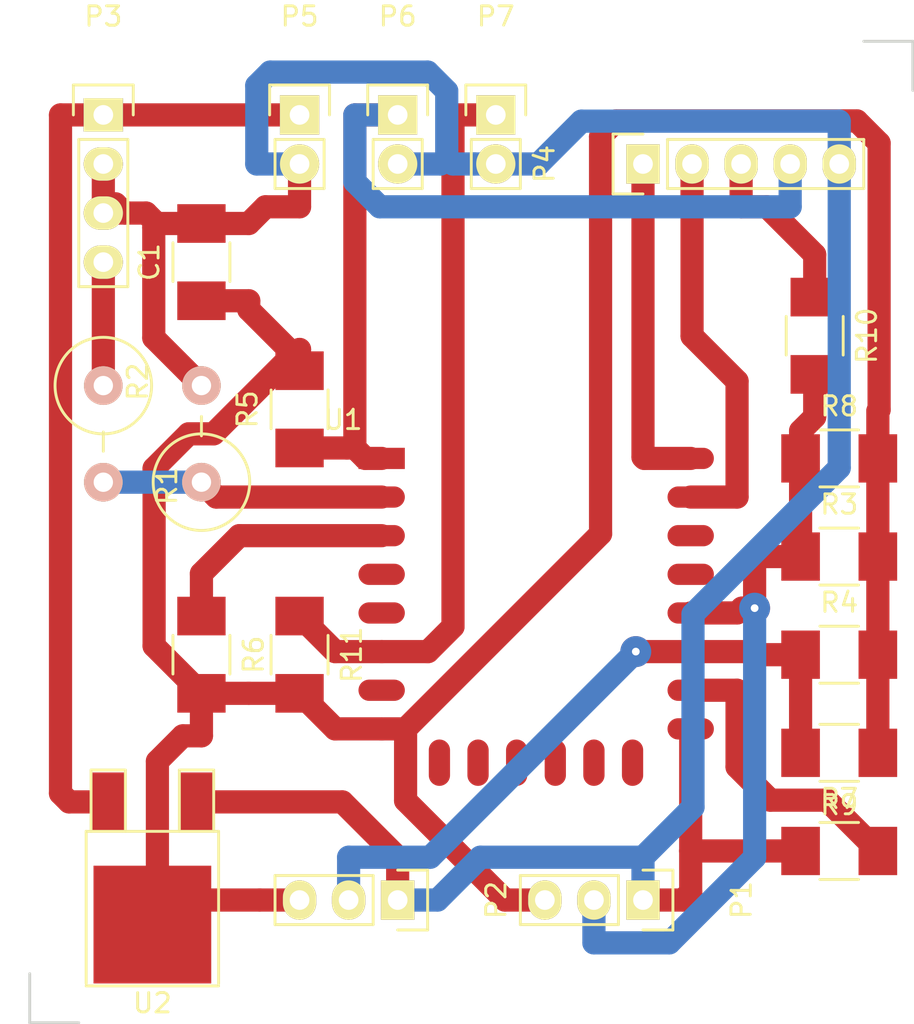
<source format=kicad_pcb>
(kicad_pcb (version 4) (host pcbnew 4.0.1-stable)

  (general
    (links 45)
    (no_connects 0)
    (area 42.23412 18.775 90.285001 72.749)
    (thickness 1.6)
    (drawings 4)
    (tracks 158)
    (zones 0)
    (modules 21)
    (nets 26)
  )

  (page A4)
  (layers
    (0 F.Cu signal)
    (31 B.Cu signal)
    (32 B.Adhes user)
    (33 F.Adhes user)
    (34 B.Paste user)
    (35 F.Paste user)
    (36 B.SilkS user)
    (37 F.SilkS user)
    (38 B.Mask user)
    (39 F.Mask user)
    (40 Dwgs.User user)
    (41 Cmts.User user)
    (42 Eco1.User user)
    (43 Eco2.User user)
    (44 Edge.Cuts user)
    (45 Margin user)
    (46 B.CrtYd user)
    (47 F.CrtYd user)
    (48 B.Fab user)
    (49 F.Fab user)
  )

  (setup
    (last_trace_width 1.2)
    (trace_clearance 0.6)
    (zone_clearance 0.508)
    (zone_45_only no)
    (trace_min 0.2)
    (segment_width 0.2)
    (edge_width 0.15)
    (via_size 1.6)
    (via_drill 0.4)
    (via_min_size 0.4)
    (via_min_drill 0.3)
    (uvia_size 0.3)
    (uvia_drill 0.1)
    (uvias_allowed no)
    (uvia_min_size 0.2)
    (uvia_min_drill 0.1)
    (pcb_text_width 0.3)
    (pcb_text_size 1.5 1.5)
    (mod_edge_width 0.15)
    (mod_text_size 1 1)
    (mod_text_width 0.15)
    (pad_size 1.524 1.524)
    (pad_drill 0.762)
    (pad_to_mask_clearance 0.2)
    (aux_axis_origin 0 0)
    (visible_elements FFFFFF7F)
    (pcbplotparams
      (layerselection 0x00030_80000001)
      (usegerberextensions false)
      (excludeedgelayer true)
      (linewidth 0.100000)
      (plotframeref false)
      (viasonmask false)
      (mode 1)
      (useauxorigin false)
      (hpglpennumber 1)
      (hpglpenspeed 20)
      (hpglpendiameter 15)
      (hpglpenoverlay 2)
      (psnegative false)
      (psa4output false)
      (plotreference true)
      (plotvalue true)
      (plotinvisibletext false)
      (padsonsilk false)
      (subtractmaskfromsilk false)
      (outputformat 1)
      (mirror false)
      (drillshape 1)
      (scaleselection 1)
      (outputdirectory ""))
  )

  (net 0 "")
  (net 1 GND)
  (net 2 /T0)
  (net 3 +3V3)
  (net 4 /T1)
  (net 5 +5V)
  (net 6 /PH_5V)
  (net 7 /TX)
  (net 8 /RX)
  (net 9 /DTR)
  (net 10 /ADC_1V)
  (net 11 "Net-(R6-Pad1)")
  (net 12 "Net-(R7-Pad2)")
  (net 13 "Net-(U1-Pad9)")
  (net 14 "Net-(U1-Pad10)")
  (net 15 "Net-(U1-Pad11)")
  (net 16 "Net-(U1-Pad12)")
  (net 17 "Net-(U1-Pad13)")
  (net 18 "Net-(U1-Pad14)")
  (net 19 "Net-(U1-Pad4)")
  (net 20 "Net-(U1-Pad5)")
  (net 21 "Net-(U1-Pad7)")
  (net 22 "Net-(U1-Pad19)")
  (net 23 "Net-(U1-Pad20)")
  (net 24 /RST)
  (net 25 /TST)

  (net_class Default "This is the default net class."
    (clearance 0.6)
    (trace_width 1.2)
    (via_dia 1.6)
    (via_drill 0.4)
    (uvia_dia 0.3)
    (uvia_drill 0.1)
    (add_net +3V3)
    (add_net +5V)
    (add_net /ADC_1V)
    (add_net /DTR)
    (add_net /PH_5V)
    (add_net /RST)
    (add_net /RX)
    (add_net /T0)
    (add_net /T1)
    (add_net /TST)
    (add_net /TX)
    (add_net GND)
    (add_net "Net-(R6-Pad1)")
    (add_net "Net-(R7-Pad2)")
    (add_net "Net-(U1-Pad10)")
    (add_net "Net-(U1-Pad11)")
    (add_net "Net-(U1-Pad12)")
    (add_net "Net-(U1-Pad13)")
    (add_net "Net-(U1-Pad14)")
    (add_net "Net-(U1-Pad19)")
    (add_net "Net-(U1-Pad20)")
    (add_net "Net-(U1-Pad4)")
    (add_net "Net-(U1-Pad5)")
    (add_net "Net-(U1-Pad7)")
    (add_net "Net-(U1-Pad9)")
  )

  (module Pin_Headers:Pin_Header_Straight_1x03 (layer F.Cu) (tedit 0) (tstamp 572C8826)
    (at 76.2 66.04 270)
    (descr "Through hole pin header")
    (tags "pin header")
    (path /572C7160)
    (fp_text reference P1 (at 0 -5.1 270) (layer F.SilkS)
      (effects (font (size 1 1) (thickness 0.15)))
    )
    (fp_text value T0 (at 0 -3.1 270) (layer F.Fab)
      (effects (font (size 1 1) (thickness 0.15)))
    )
    (fp_line (start -1.75 -1.75) (end -1.75 6.85) (layer F.CrtYd) (width 0.05))
    (fp_line (start 1.75 -1.75) (end 1.75 6.85) (layer F.CrtYd) (width 0.05))
    (fp_line (start -1.75 -1.75) (end 1.75 -1.75) (layer F.CrtYd) (width 0.05))
    (fp_line (start -1.75 6.85) (end 1.75 6.85) (layer F.CrtYd) (width 0.05))
    (fp_line (start -1.27 1.27) (end -1.27 6.35) (layer F.SilkS) (width 0.15))
    (fp_line (start -1.27 6.35) (end 1.27 6.35) (layer F.SilkS) (width 0.15))
    (fp_line (start 1.27 6.35) (end 1.27 1.27) (layer F.SilkS) (width 0.15))
    (fp_line (start 1.55 -1.55) (end 1.55 0) (layer F.SilkS) (width 0.15))
    (fp_line (start 1.27 1.27) (end -1.27 1.27) (layer F.SilkS) (width 0.15))
    (fp_line (start -1.55 0) (end -1.55 -1.55) (layer F.SilkS) (width 0.15))
    (fp_line (start -1.55 -1.55) (end 1.55 -1.55) (layer F.SilkS) (width 0.15))
    (pad 1 thru_hole rect (at 0 0 270) (size 2.032 1.7272) (drill 1.016) (layers *.Cu *.Mask F.SilkS)
      (net 1 GND))
    (pad 2 thru_hole oval (at 0 2.54 270) (size 2.032 1.7272) (drill 1.016) (layers *.Cu *.Mask F.SilkS)
      (net 2 /T0))
    (pad 3 thru_hole oval (at 0 5.08 270) (size 2.032 1.7272) (drill 1.016) (layers *.Cu *.Mask F.SilkS)
      (net 3 +3V3))
    (model Pin_Headers.3dshapes/Pin_Header_Straight_1x03.wrl
      (at (xyz 0 -0.1 0))
      (scale (xyz 1 1 1))
      (rotate (xyz 0 0 90))
    )
  )

  (module Pin_Headers:Pin_Header_Straight_1x03 (layer F.Cu) (tedit 0) (tstamp 572C882D)
    (at 63.5 66.04 270)
    (descr "Through hole pin header")
    (tags "pin header")
    (path /572C7318)
    (fp_text reference P2 (at 0 -5.1 270) (layer F.SilkS)
      (effects (font (size 1 1) (thickness 0.15)))
    )
    (fp_text value T1 (at 0 -3.1 270) (layer F.Fab)
      (effects (font (size 1 1) (thickness 0.15)))
    )
    (fp_line (start -1.75 -1.75) (end -1.75 6.85) (layer F.CrtYd) (width 0.05))
    (fp_line (start 1.75 -1.75) (end 1.75 6.85) (layer F.CrtYd) (width 0.05))
    (fp_line (start -1.75 -1.75) (end 1.75 -1.75) (layer F.CrtYd) (width 0.05))
    (fp_line (start -1.75 6.85) (end 1.75 6.85) (layer F.CrtYd) (width 0.05))
    (fp_line (start -1.27 1.27) (end -1.27 6.35) (layer F.SilkS) (width 0.15))
    (fp_line (start -1.27 6.35) (end 1.27 6.35) (layer F.SilkS) (width 0.15))
    (fp_line (start 1.27 6.35) (end 1.27 1.27) (layer F.SilkS) (width 0.15))
    (fp_line (start 1.55 -1.55) (end 1.55 0) (layer F.SilkS) (width 0.15))
    (fp_line (start 1.27 1.27) (end -1.27 1.27) (layer F.SilkS) (width 0.15))
    (fp_line (start -1.55 0) (end -1.55 -1.55) (layer F.SilkS) (width 0.15))
    (fp_line (start -1.55 -1.55) (end 1.55 -1.55) (layer F.SilkS) (width 0.15))
    (pad 1 thru_hole rect (at 0 0 270) (size 2.032 1.7272) (drill 1.016) (layers *.Cu *.Mask F.SilkS)
      (net 1 GND))
    (pad 2 thru_hole oval (at 0 2.54 270) (size 2.032 1.7272) (drill 1.016) (layers *.Cu *.Mask F.SilkS)
      (net 4 /T1))
    (pad 3 thru_hole oval (at 0 5.08 270) (size 2.032 1.7272) (drill 1.016) (layers *.Cu *.Mask F.SilkS)
      (net 3 +3V3))
    (model Pin_Headers.3dshapes/Pin_Header_Straight_1x03.wrl
      (at (xyz 0 -0.1 0))
      (scale (xyz 1 1 1))
      (rotate (xyz 0 0 90))
    )
  )

  (module Pin_Headers:Pin_Header_Straight_1x04 (layer F.Cu) (tedit 0) (tstamp 572C8835)
    (at 48.26 25.4)
    (descr "Through hole pin header")
    (tags "pin header")
    (path /572C853B)
    (fp_text reference P3 (at 0 -5.1) (layer F.SilkS)
      (effects (font (size 1 1) (thickness 0.15)))
    )
    (fp_text value PH (at 0 -3.1) (layer F.Fab)
      (effects (font (size 1 1) (thickness 0.15)))
    )
    (fp_line (start -1.75 -1.75) (end -1.75 9.4) (layer F.CrtYd) (width 0.05))
    (fp_line (start 1.75 -1.75) (end 1.75 9.4) (layer F.CrtYd) (width 0.05))
    (fp_line (start -1.75 -1.75) (end 1.75 -1.75) (layer F.CrtYd) (width 0.05))
    (fp_line (start -1.75 9.4) (end 1.75 9.4) (layer F.CrtYd) (width 0.05))
    (fp_line (start -1.27 1.27) (end -1.27 8.89) (layer F.SilkS) (width 0.15))
    (fp_line (start 1.27 1.27) (end 1.27 8.89) (layer F.SilkS) (width 0.15))
    (fp_line (start 1.55 -1.55) (end 1.55 0) (layer F.SilkS) (width 0.15))
    (fp_line (start -1.27 8.89) (end 1.27 8.89) (layer F.SilkS) (width 0.15))
    (fp_line (start 1.27 1.27) (end -1.27 1.27) (layer F.SilkS) (width 0.15))
    (fp_line (start -1.55 0) (end -1.55 -1.55) (layer F.SilkS) (width 0.15))
    (fp_line (start -1.55 -1.55) (end 1.55 -1.55) (layer F.SilkS) (width 0.15))
    (pad 1 thru_hole rect (at 0 0) (size 2.032 1.7272) (drill 1.016) (layers *.Cu *.Mask F.SilkS)
      (net 5 +5V))
    (pad 2 thru_hole oval (at 0 2.54) (size 2.032 1.7272) (drill 1.016) (layers *.Cu *.Mask F.SilkS)
      (net 1 GND))
    (pad 3 thru_hole oval (at 0 5.08) (size 2.032 1.7272) (drill 1.016) (layers *.Cu *.Mask F.SilkS)
      (net 1 GND))
    (pad 4 thru_hole oval (at 0 7.62) (size 2.032 1.7272) (drill 1.016) (layers *.Cu *.Mask F.SilkS)
      (net 6 /PH_5V))
    (model Pin_Headers.3dshapes/Pin_Header_Straight_1x04.wrl
      (at (xyz 0 -0.15 0))
      (scale (xyz 1 1 1))
      (rotate (xyz 0 0 90))
    )
  )

  (module Pin_Headers:Pin_Header_Straight_1x02 (layer F.Cu) (tedit 54EA090C) (tstamp 572C8843)
    (at 58.42 25.4)
    (descr "Through hole pin header")
    (tags "pin header")
    (path /572C8209)
    (fp_text reference P5 (at 0 -5.1) (layer F.SilkS)
      (effects (font (size 1 1) (thickness 0.15)))
    )
    (fp_text value POWER (at 0 -3.1) (layer F.Fab)
      (effects (font (size 1 1) (thickness 0.15)))
    )
    (fp_line (start 1.27 1.27) (end 1.27 3.81) (layer F.SilkS) (width 0.15))
    (fp_line (start 1.55 -1.55) (end 1.55 0) (layer F.SilkS) (width 0.15))
    (fp_line (start -1.75 -1.75) (end -1.75 4.3) (layer F.CrtYd) (width 0.05))
    (fp_line (start 1.75 -1.75) (end 1.75 4.3) (layer F.CrtYd) (width 0.05))
    (fp_line (start -1.75 -1.75) (end 1.75 -1.75) (layer F.CrtYd) (width 0.05))
    (fp_line (start -1.75 4.3) (end 1.75 4.3) (layer F.CrtYd) (width 0.05))
    (fp_line (start 1.27 1.27) (end -1.27 1.27) (layer F.SilkS) (width 0.15))
    (fp_line (start -1.55 0) (end -1.55 -1.55) (layer F.SilkS) (width 0.15))
    (fp_line (start -1.55 -1.55) (end 1.55 -1.55) (layer F.SilkS) (width 0.15))
    (fp_line (start -1.27 1.27) (end -1.27 3.81) (layer F.SilkS) (width 0.15))
    (fp_line (start -1.27 3.81) (end 1.27 3.81) (layer F.SilkS) (width 0.15))
    (pad 1 thru_hole rect (at 0 0) (size 2.032 2.032) (drill 1.016) (layers *.Cu *.Mask F.SilkS)
      (net 5 +5V))
    (pad 2 thru_hole oval (at 0 2.54) (size 2.032 2.032) (drill 1.016) (layers *.Cu *.Mask F.SilkS)
      (net 1 GND))
    (model Pin_Headers.3dshapes/Pin_Header_Straight_1x02.wrl
      (at (xyz 0 -0.05 0))
      (scale (xyz 1 1 1))
      (rotate (xyz 0 0 90))
    )
  )

  (module Resistors_ThroughHole:Resistor_Vertical_RM5mm (layer F.Cu) (tedit 0) (tstamp 572C8849)
    (at 48.26 41.91 270)
    (descr "Resistor, Vertical, RM 5mm, 1/3W,")
    (tags "Resistor, Vertical, RM 5mm, 1/3W,")
    (path /572C886F)
    (fp_text reference R1 (at 2.70002 -3.29946 270) (layer F.SilkS)
      (effects (font (size 1 1) (thickness 0.15)))
    )
    (fp_text value 3K9 (at 0 4.50088 270) (layer F.Fab)
      (effects (font (size 1 1) (thickness 0.15)))
    )
    (fp_line (start -0.09906 0) (end 0.9017 0) (layer F.SilkS) (width 0.15))
    (fp_circle (center -2.49936 0) (end 0 0) (layer F.SilkS) (width 0.15))
    (pad 1 thru_hole circle (at -2.49936 0 270) (size 1.99898 1.99898) (drill 1.00076) (layers *.Cu *.SilkS *.Mask)
      (net 6 /PH_5V))
    (pad 2 thru_hole circle (at 2.5019 0 270) (size 1.99898 1.99898) (drill 1.00076) (layers *.Cu *.SilkS *.Mask)
      (net 10 /ADC_1V))
  )

  (module Resistors_ThroughHole:Resistor_Vertical_RM5mm (layer F.Cu) (tedit 0) (tstamp 572C884F)
    (at 53.34 41.91 90)
    (descr "Resistor, Vertical, RM 5mm, 1/3W,")
    (tags "Resistor, Vertical, RM 5mm, 1/3W,")
    (path /572C88B6)
    (fp_text reference R2 (at 2.70002 -3.29946 90) (layer F.SilkS)
      (effects (font (size 1 1) (thickness 0.15)))
    )
    (fp_text value 1K0 (at 0 4.50088 90) (layer F.Fab)
      (effects (font (size 1 1) (thickness 0.15)))
    )
    (fp_line (start -0.09906 0) (end 0.9017 0) (layer F.SilkS) (width 0.15))
    (fp_circle (center -2.49936 0) (end 0 0) (layer F.SilkS) (width 0.15))
    (pad 1 thru_hole circle (at -2.49936 0 90) (size 1.99898 1.99898) (drill 1.00076) (layers *.Cu *.SilkS *.Mask)
      (net 10 /ADC_1V))
    (pad 2 thru_hole circle (at 2.5019 0 90) (size 1.99898 1.99898) (drill 1.00076) (layers *.Cu *.SilkS *.Mask)
      (net 1 GND))
  )

  (module Resistors_SMD:R_1210_HandSoldering (layer F.Cu) (tedit 5418A32D) (tstamp 572C8855)
    (at 86.36 48.26)
    (descr "Resistor SMD 1210, hand soldering")
    (tags "resistor 1210")
    (path /572C71DA)
    (attr smd)
    (fp_text reference R3 (at 0 -2.7) (layer F.SilkS)
      (effects (font (size 1 1) (thickness 0.15)))
    )
    (fp_text value 4k7 (at 0 2.7) (layer F.Fab)
      (effects (font (size 1 1) (thickness 0.15)))
    )
    (fp_line (start -3.3 -1.6) (end 3.3 -1.6) (layer F.CrtYd) (width 0.05))
    (fp_line (start -3.3 1.6) (end 3.3 1.6) (layer F.CrtYd) (width 0.05))
    (fp_line (start -3.3 -1.6) (end -3.3 1.6) (layer F.CrtYd) (width 0.05))
    (fp_line (start 3.3 -1.6) (end 3.3 1.6) (layer F.CrtYd) (width 0.05))
    (fp_line (start 1 1.475) (end -1 1.475) (layer F.SilkS) (width 0.15))
    (fp_line (start -1 -1.475) (end 1 -1.475) (layer F.SilkS) (width 0.15))
    (pad 1 smd rect (at -2 0) (size 2 2.5) (layers F.Cu F.Paste F.Mask)
      (net 2 /T0))
    (pad 2 smd rect (at 2 0) (size 2 2.5) (layers F.Cu F.Paste F.Mask)
      (net 3 +3V3))
    (model Resistors_SMD.3dshapes/R_1210_HandSoldering.wrl
      (at (xyz 0 0 0))
      (scale (xyz 1 1 1))
      (rotate (xyz 0 0 0))
    )
  )

  (module Resistors_SMD:R_1210_HandSoldering (layer F.Cu) (tedit 5418A32D) (tstamp 572C885B)
    (at 86.36 53.34)
    (descr "Resistor SMD 1210, hand soldering")
    (tags "resistor 1210")
    (path /572C731E)
    (attr smd)
    (fp_text reference R4 (at 0 -2.7) (layer F.SilkS)
      (effects (font (size 1 1) (thickness 0.15)))
    )
    (fp_text value 4k7 (at 0 2.7) (layer F.Fab)
      (effects (font (size 1 1) (thickness 0.15)))
    )
    (fp_line (start -3.3 -1.6) (end 3.3 -1.6) (layer F.CrtYd) (width 0.05))
    (fp_line (start -3.3 1.6) (end 3.3 1.6) (layer F.CrtYd) (width 0.05))
    (fp_line (start -3.3 -1.6) (end -3.3 1.6) (layer F.CrtYd) (width 0.05))
    (fp_line (start 3.3 -1.6) (end 3.3 1.6) (layer F.CrtYd) (width 0.05))
    (fp_line (start 1 1.475) (end -1 1.475) (layer F.SilkS) (width 0.15))
    (fp_line (start -1 -1.475) (end 1 -1.475) (layer F.SilkS) (width 0.15))
    (pad 1 smd rect (at -2 0) (size 2 2.5) (layers F.Cu F.Paste F.Mask)
      (net 4 /T1))
    (pad 2 smd rect (at 2 0) (size 2 2.5) (layers F.Cu F.Paste F.Mask)
      (net 3 +3V3))
    (model Resistors_SMD.3dshapes/R_1210_HandSoldering.wrl
      (at (xyz 0 0 0))
      (scale (xyz 1 1 1))
      (rotate (xyz 0 0 0))
    )
  )

  (module Resistors_SMD:R_1210_HandSoldering (layer F.Cu) (tedit 5418A32D) (tstamp 572C8861)
    (at 58.42 40.64 90)
    (descr "Resistor SMD 1210, hand soldering")
    (tags "resistor 1210")
    (path /572C6B7C)
    (attr smd)
    (fp_text reference R5 (at 0 -2.7 90) (layer F.SilkS)
      (effects (font (size 1 1) (thickness 0.15)))
    )
    (fp_text value 10k (at 0 2.7 90) (layer F.Fab)
      (effects (font (size 1 1) (thickness 0.15)))
    )
    (fp_line (start -3.3 -1.6) (end 3.3 -1.6) (layer F.CrtYd) (width 0.05))
    (fp_line (start -3.3 1.6) (end 3.3 1.6) (layer F.CrtYd) (width 0.05))
    (fp_line (start -3.3 -1.6) (end -3.3 1.6) (layer F.CrtYd) (width 0.05))
    (fp_line (start 3.3 -1.6) (end 3.3 1.6) (layer F.CrtYd) (width 0.05))
    (fp_line (start 1 1.475) (end -1 1.475) (layer F.SilkS) (width 0.15))
    (fp_line (start -1 -1.475) (end 1 -1.475) (layer F.SilkS) (width 0.15))
    (pad 1 smd rect (at -2 0 90) (size 2 2.5) (layers F.Cu F.Paste F.Mask)
      (net 24 /RST))
    (pad 2 smd rect (at 2 0 90) (size 2 2.5) (layers F.Cu F.Paste F.Mask)
      (net 3 +3V3))
    (model Resistors_SMD.3dshapes/R_1210_HandSoldering.wrl
      (at (xyz 0 0 0))
      (scale (xyz 1 1 1))
      (rotate (xyz 0 0 0))
    )
  )

  (module Resistors_SMD:R_1210_HandSoldering (layer F.Cu) (tedit 5418A32D) (tstamp 572C8867)
    (at 53.34 53.34 270)
    (descr "Resistor SMD 1210, hand soldering")
    (tags "resistor 1210")
    (path /572C6B9F)
    (attr smd)
    (fp_text reference R6 (at 0 -2.7 270) (layer F.SilkS)
      (effects (font (size 1 1) (thickness 0.15)))
    )
    (fp_text value 10k (at 0 2.7 270) (layer F.Fab)
      (effects (font (size 1 1) (thickness 0.15)))
    )
    (fp_line (start -3.3 -1.6) (end 3.3 -1.6) (layer F.CrtYd) (width 0.05))
    (fp_line (start -3.3 1.6) (end 3.3 1.6) (layer F.CrtYd) (width 0.05))
    (fp_line (start -3.3 -1.6) (end -3.3 1.6) (layer F.CrtYd) (width 0.05))
    (fp_line (start 3.3 -1.6) (end 3.3 1.6) (layer F.CrtYd) (width 0.05))
    (fp_line (start 1 1.475) (end -1 1.475) (layer F.SilkS) (width 0.15))
    (fp_line (start -1 -1.475) (end 1 -1.475) (layer F.SilkS) (width 0.15))
    (pad 1 smd rect (at -2 0 270) (size 2 2.5) (layers F.Cu F.Paste F.Mask)
      (net 11 "Net-(R6-Pad1)"))
    (pad 2 smd rect (at 2 0 270) (size 2 2.5) (layers F.Cu F.Paste F.Mask)
      (net 3 +3V3))
    (model Resistors_SMD.3dshapes/R_1210_HandSoldering.wrl
      (at (xyz 0 0 0))
      (scale (xyz 1 1 1))
      (rotate (xyz 0 0 0))
    )
  )

  (module Resistors_SMD:R_1210_HandSoldering (layer F.Cu) (tedit 5418A32D) (tstamp 572C886D)
    (at 86.36 63.5)
    (descr "Resistor SMD 1210, hand soldering")
    (tags "resistor 1210")
    (path /572C6B50)
    (attr smd)
    (fp_text reference R7 (at 0 -2.7) (layer F.SilkS)
      (effects (font (size 1 1) (thickness 0.15)))
    )
    (fp_text value 10k (at 0 2.7) (layer F.Fab)
      (effects (font (size 1 1) (thickness 0.15)))
    )
    (fp_line (start -3.3 -1.6) (end 3.3 -1.6) (layer F.CrtYd) (width 0.05))
    (fp_line (start -3.3 1.6) (end 3.3 1.6) (layer F.CrtYd) (width 0.05))
    (fp_line (start -3.3 -1.6) (end -3.3 1.6) (layer F.CrtYd) (width 0.05))
    (fp_line (start 3.3 -1.6) (end 3.3 1.6) (layer F.CrtYd) (width 0.05))
    (fp_line (start 1 1.475) (end -1 1.475) (layer F.SilkS) (width 0.15))
    (fp_line (start -1 -1.475) (end 1 -1.475) (layer F.SilkS) (width 0.15))
    (pad 1 smd rect (at -2 0) (size 2 2.5) (layers F.Cu F.Paste F.Mask)
      (net 1 GND))
    (pad 2 smd rect (at 2 0) (size 2 2.5) (layers F.Cu F.Paste F.Mask)
      (net 12 "Net-(R7-Pad2)"))
    (model Resistors_SMD.3dshapes/R_1210_HandSoldering.wrl
      (at (xyz 0 0 0))
      (scale (xyz 1 1 1))
      (rotate (xyz 0 0 0))
    )
  )

  (module Resistors_SMD:R_1210_HandSoldering (layer F.Cu) (tedit 5418A32D) (tstamp 572C8873)
    (at 86.36 43.18)
    (descr "Resistor SMD 1210, hand soldering")
    (tags "resistor 1210")
    (path /572C6C0E)
    (attr smd)
    (fp_text reference R8 (at 0 -2.7) (layer F.SilkS)
      (effects (font (size 1 1) (thickness 0.15)))
    )
    (fp_text value 10k (at 0 2.7) (layer F.Fab)
      (effects (font (size 1 1) (thickness 0.15)))
    )
    (fp_line (start -3.3 -1.6) (end 3.3 -1.6) (layer F.CrtYd) (width 0.05))
    (fp_line (start -3.3 1.6) (end 3.3 1.6) (layer F.CrtYd) (width 0.05))
    (fp_line (start -3.3 -1.6) (end -3.3 1.6) (layer F.CrtYd) (width 0.05))
    (fp_line (start 3.3 -1.6) (end 3.3 1.6) (layer F.CrtYd) (width 0.05))
    (fp_line (start 1 1.475) (end -1 1.475) (layer F.SilkS) (width 0.15))
    (fp_line (start -1 -1.475) (end 1 -1.475) (layer F.SilkS) (width 0.15))
    (pad 1 smd rect (at -2 0) (size 2 2.5) (layers F.Cu F.Paste F.Mask)
      (net 2 /T0))
    (pad 2 smd rect (at 2 0) (size 2 2.5) (layers F.Cu F.Paste F.Mask)
      (net 3 +3V3))
    (model Resistors_SMD.3dshapes/R_1210_HandSoldering.wrl
      (at (xyz 0 0 0))
      (scale (xyz 1 1 1))
      (rotate (xyz 0 0 0))
    )
  )

  (module Resistors_SMD:R_1210_HandSoldering (layer F.Cu) (tedit 5418A32D) (tstamp 572C8879)
    (at 86.36 58.42 180)
    (descr "Resistor SMD 1210, hand soldering")
    (tags "resistor 1210")
    (path /572C6BD1)
    (attr smd)
    (fp_text reference R9 (at 0 -2.7 180) (layer F.SilkS)
      (effects (font (size 1 1) (thickness 0.15)))
    )
    (fp_text value 10k (at 0 2.7 180) (layer F.Fab)
      (effects (font (size 1 1) (thickness 0.15)))
    )
    (fp_line (start -3.3 -1.6) (end 3.3 -1.6) (layer F.CrtYd) (width 0.05))
    (fp_line (start -3.3 1.6) (end 3.3 1.6) (layer F.CrtYd) (width 0.05))
    (fp_line (start -3.3 -1.6) (end -3.3 1.6) (layer F.CrtYd) (width 0.05))
    (fp_line (start 3.3 -1.6) (end 3.3 1.6) (layer F.CrtYd) (width 0.05))
    (fp_line (start 1 1.475) (end -1 1.475) (layer F.SilkS) (width 0.15))
    (fp_line (start -1 -1.475) (end 1 -1.475) (layer F.SilkS) (width 0.15))
    (pad 1 smd rect (at -2 0 180) (size 2 2.5) (layers F.Cu F.Paste F.Mask)
      (net 3 +3V3))
    (pad 2 smd rect (at 2 0 180) (size 2 2.5) (layers F.Cu F.Paste F.Mask)
      (net 4 /T1))
    (model Resistors_SMD.3dshapes/R_1210_HandSoldering.wrl
      (at (xyz 0 0 0))
      (scale (xyz 1 1 1))
      (rotate (xyz 0 0 0))
    )
  )

  (module Resistors_SMD:R_1210_HandSoldering (layer F.Cu) (tedit 5418A32D) (tstamp 572C887F)
    (at 85.09 36.83 270)
    (descr "Resistor SMD 1210, hand soldering")
    (tags "resistor 1210")
    (path /572C7834)
    (attr smd)
    (fp_text reference R10 (at 0 -2.7 270) (layer F.SilkS)
      (effects (font (size 1 1) (thickness 0.15)))
    )
    (fp_text value 470 (at 0 2.7 270) (layer F.Fab)
      (effects (font (size 1 1) (thickness 0.15)))
    )
    (fp_line (start -3.3 -1.6) (end 3.3 -1.6) (layer F.CrtYd) (width 0.05))
    (fp_line (start -3.3 1.6) (end 3.3 1.6) (layer F.CrtYd) (width 0.05))
    (fp_line (start -3.3 -1.6) (end -3.3 1.6) (layer F.CrtYd) (width 0.05))
    (fp_line (start 3.3 -1.6) (end 3.3 1.6) (layer F.CrtYd) (width 0.05))
    (fp_line (start 1 1.475) (end -1 1.475) (layer F.SilkS) (width 0.15))
    (fp_line (start -1 -1.475) (end 1 -1.475) (layer F.SilkS) (width 0.15))
    (pad 1 smd rect (at -2 0 270) (size 2 2.5) (layers F.Cu F.Paste F.Mask)
      (net 9 /DTR))
    (pad 2 smd rect (at 2 0 270) (size 2 2.5) (layers F.Cu F.Paste F.Mask)
      (net 2 /T0))
    (model Resistors_SMD.3dshapes/R_1210_HandSoldering.wrl
      (at (xyz 0 0 0))
      (scale (xyz 1 1 1))
      (rotate (xyz 0 0 0))
    )
  )

  (module ESP8266:ESP-12E (layer F.Cu) (tedit 559F8D21) (tstamp 572C8899)
    (at 62.67 43.18)
    (descr "Module, ESP-8266, ESP-12, 16 pad, SMD")
    (tags "Module ESP-8266 ESP8266")
    (path /572C6B1F)
    (fp_text reference U1 (at -2 -2) (layer F.SilkS)
      (effects (font (size 1 1) (thickness 0.15)))
    )
    (fp_text value ESP-12E (at 8 1) (layer F.Fab)
      (effects (font (size 1 1) (thickness 0.15)))
    )
    (fp_line (start 16 -8.4) (end 0 -2.6) (layer F.CrtYd) (width 0.1524))
    (fp_line (start 0 -8.4) (end 16 -2.6) (layer F.CrtYd) (width 0.1524))
    (fp_text user "No Copper" (at 7.9 -5.4 180) (layer F.CrtYd)
      (effects (font (size 1 1) (thickness 0.15)))
    )
    (fp_line (start 0 -8.4) (end 0 -2.6) (layer F.CrtYd) (width 0.1524))
    (fp_line (start 0 -2.6) (end 16 -2.6) (layer F.CrtYd) (width 0.1524))
    (fp_line (start 16 -2.6) (end 16 -8.4) (layer F.CrtYd) (width 0.1524))
    (fp_line (start 16 -8.4) (end 0 -8.4) (layer F.CrtYd) (width 0.1524))
    (fp_line (start 16 -8.4) (end 16 15.6) (layer F.Fab) (width 0.1524))
    (fp_line (start 16 15.6) (end 0 15.6) (layer F.Fab) (width 0.1524))
    (fp_line (start 0 15.6) (end 0 -8.4) (layer F.Fab) (width 0.1524))
    (fp_line (start 0 -8.4) (end 16 -8.4) (layer F.Fab) (width 0.1524))
    (pad 9 smd oval (at 2.99 15.75 90) (size 2.4 1.1) (layers F.Cu F.Paste F.Mask)
      (net 13 "Net-(U1-Pad9)"))
    (pad 10 smd oval (at 4.99 15.75 90) (size 2.4 1.1) (layers F.Cu F.Paste F.Mask)
      (net 14 "Net-(U1-Pad10)"))
    (pad 11 smd oval (at 6.99 15.75 90) (size 2.4 1.1) (layers F.Cu F.Paste F.Mask)
      (net 15 "Net-(U1-Pad11)"))
    (pad 12 smd oval (at 8.99 15.75 90) (size 2.4 1.1) (layers F.Cu F.Paste F.Mask)
      (net 16 "Net-(U1-Pad12)"))
    (pad 13 smd oval (at 10.99 15.75 90) (size 2.4 1.1) (layers F.Cu F.Paste F.Mask)
      (net 17 "Net-(U1-Pad13)"))
    (pad 14 smd oval (at 12.99 15.75 90) (size 2.4 1.1) (layers F.Cu F.Paste F.Mask)
      (net 18 "Net-(U1-Pad14)"))
    (pad 1 smd rect (at 0 0) (size 2.4 1.1) (layers F.Cu F.Paste F.Mask)
      (net 24 /RST))
    (pad 2 smd oval (at 0 2) (size 2.4 1.1) (layers F.Cu F.Paste F.Mask)
      (net 10 /ADC_1V))
    (pad 3 smd oval (at 0 4) (size 2.4 1.1) (layers F.Cu F.Paste F.Mask)
      (net 11 "Net-(R6-Pad1)"))
    (pad 4 smd oval (at 0 6) (size 2.4 1.1) (layers F.Cu F.Paste F.Mask)
      (net 19 "Net-(U1-Pad4)"))
    (pad 5 smd oval (at 0 8) (size 2.4 1.1) (layers F.Cu F.Paste F.Mask)
      (net 20 "Net-(U1-Pad5)"))
    (pad 6 smd oval (at 0 10) (size 2.4 1.1) (layers F.Cu F.Paste F.Mask)
      (net 25 /TST))
    (pad 7 smd oval (at 0 12) (size 2.4 1.1) (layers F.Cu F.Paste F.Mask)
      (net 21 "Net-(U1-Pad7)"))
    (pad 8 smd oval (at 0 14) (size 2.4 1.1) (layers F.Cu F.Paste F.Mask)
      (net 3 +3V3))
    (pad 15 smd oval (at 16 14) (size 2.4 1.1) (layers F.Cu F.Paste F.Mask)
      (net 1 GND))
    (pad 16 smd oval (at 16 12) (size 2.4 1.1) (layers F.Cu F.Paste F.Mask)
      (net 12 "Net-(R7-Pad2)"))
    (pad 17 smd oval (at 16 10) (size 2.4 1.1) (layers F.Cu F.Paste F.Mask)
      (net 4 /T1))
    (pad 18 smd oval (at 16 8) (size 2.4 1.1) (layers F.Cu F.Paste F.Mask)
      (net 2 /T0))
    (pad 19 smd oval (at 16 6) (size 2.4 1.1) (layers F.Cu F.Paste F.Mask)
      (net 22 "Net-(U1-Pad19)"))
    (pad 20 smd oval (at 16 4) (size 2.4 1.1) (layers F.Cu F.Paste F.Mask)
      (net 23 "Net-(U1-Pad20)"))
    (pad 21 smd oval (at 16 2) (size 2.4 1.1) (layers F.Cu F.Paste F.Mask)
      (net 8 /RX))
    (pad 22 smd oval (at 16 0) (size 2.4 1.1) (layers F.Cu F.Paste F.Mask)
      (net 7 /TX))
    (model ${ESPLIB}/ESP8266.3dshapes/ESP-12.wrl
      (at (xyz 0.04 0 0))
      (scale (xyz 0.3937 0.3937 0.3937))
      (rotate (xyz 0 0 0))
    )
  )

  (module Pin_Headers:Pin_Header_Straight_1x05 (layer F.Cu) (tedit 54EA0684) (tstamp 5739AB97)
    (at 76.2 27.94 90)
    (descr "Through hole pin header")
    (tags "pin header")
    (path /5739ADF4)
    (fp_text reference P4 (at 0 -5.1 90) (layer F.SilkS)
      (effects (font (size 1 1) (thickness 0.15)))
    )
    (fp_text value PROG (at 0 -3.1 90) (layer F.Fab)
      (effects (font (size 1 1) (thickness 0.15)))
    )
    (fp_line (start -1.55 0) (end -1.55 -1.55) (layer F.SilkS) (width 0.15))
    (fp_line (start -1.55 -1.55) (end 1.55 -1.55) (layer F.SilkS) (width 0.15))
    (fp_line (start 1.55 -1.55) (end 1.55 0) (layer F.SilkS) (width 0.15))
    (fp_line (start -1.75 -1.75) (end -1.75 11.95) (layer F.CrtYd) (width 0.05))
    (fp_line (start 1.75 -1.75) (end 1.75 11.95) (layer F.CrtYd) (width 0.05))
    (fp_line (start -1.75 -1.75) (end 1.75 -1.75) (layer F.CrtYd) (width 0.05))
    (fp_line (start -1.75 11.95) (end 1.75 11.95) (layer F.CrtYd) (width 0.05))
    (fp_line (start 1.27 1.27) (end 1.27 11.43) (layer F.SilkS) (width 0.15))
    (fp_line (start 1.27 11.43) (end -1.27 11.43) (layer F.SilkS) (width 0.15))
    (fp_line (start -1.27 11.43) (end -1.27 1.27) (layer F.SilkS) (width 0.15))
    (fp_line (start 1.27 1.27) (end -1.27 1.27) (layer F.SilkS) (width 0.15))
    (pad 1 thru_hole rect (at 0 0 90) (size 2.032 1.7272) (drill 1.016) (layers *.Cu *.Mask F.SilkS)
      (net 7 /TX))
    (pad 2 thru_hole oval (at 0 2.54 90) (size 2.032 1.7272) (drill 1.016) (layers *.Cu *.Mask F.SilkS)
      (net 8 /RX))
    (pad 3 thru_hole oval (at 0 5.08 90) (size 2.032 1.7272) (drill 1.016) (layers *.Cu *.Mask F.SilkS)
      (net 9 /DTR))
    (pad 4 thru_hole oval (at 0 7.62 90) (size 2.032 1.7272) (drill 1.016) (layers *.Cu *.Mask F.SilkS)
      (net 24 /RST))
    (pad 5 thru_hole oval (at 0 10.16 90) (size 2.032 1.7272) (drill 1.016) (layers *.Cu *.Mask F.SilkS)
      (net 1 GND))
    (model Pin_Headers.3dshapes/Pin_Header_Straight_1x05.wrl
      (at (xyz 0 -0.2 0))
      (scale (xyz 1 1 1))
      (rotate (xyz 0 0 90))
    )
  )

  (module Pin_Headers:Pin_Header_Straight_1x02 (layer F.Cu) (tedit 54EA090C) (tstamp 5739ABA4)
    (at 63.5 25.4)
    (descr "Through hole pin header")
    (tags "pin header")
    (path /5739AF4F)
    (fp_text reference P6 (at 0 -5.1) (layer F.SilkS)
      (effects (font (size 1 1) (thickness 0.15)))
    )
    (fp_text value RST (at 0 -3.1) (layer F.Fab)
      (effects (font (size 1 1) (thickness 0.15)))
    )
    (fp_line (start 1.27 1.27) (end 1.27 3.81) (layer F.SilkS) (width 0.15))
    (fp_line (start 1.55 -1.55) (end 1.55 0) (layer F.SilkS) (width 0.15))
    (fp_line (start -1.75 -1.75) (end -1.75 4.3) (layer F.CrtYd) (width 0.05))
    (fp_line (start 1.75 -1.75) (end 1.75 4.3) (layer F.CrtYd) (width 0.05))
    (fp_line (start -1.75 -1.75) (end 1.75 -1.75) (layer F.CrtYd) (width 0.05))
    (fp_line (start -1.75 4.3) (end 1.75 4.3) (layer F.CrtYd) (width 0.05))
    (fp_line (start 1.27 1.27) (end -1.27 1.27) (layer F.SilkS) (width 0.15))
    (fp_line (start -1.55 0) (end -1.55 -1.55) (layer F.SilkS) (width 0.15))
    (fp_line (start -1.55 -1.55) (end 1.55 -1.55) (layer F.SilkS) (width 0.15))
    (fp_line (start -1.27 1.27) (end -1.27 3.81) (layer F.SilkS) (width 0.15))
    (fp_line (start -1.27 3.81) (end 1.27 3.81) (layer F.SilkS) (width 0.15))
    (pad 1 thru_hole rect (at 0 0) (size 2.032 2.032) (drill 1.016) (layers *.Cu *.Mask F.SilkS)
      (net 24 /RST))
    (pad 2 thru_hole oval (at 0 2.54) (size 2.032 2.032) (drill 1.016) (layers *.Cu *.Mask F.SilkS)
      (net 1 GND))
    (model Pin_Headers.3dshapes/Pin_Header_Straight_1x02.wrl
      (at (xyz 0 -0.05 0))
      (scale (xyz 1 1 1))
      (rotate (xyz 0 0 90))
    )
  )

  (module Pin_Headers:Pin_Header_Straight_1x02 (layer F.Cu) (tedit 54EA090C) (tstamp 5739ABAA)
    (at 68.58 25.4)
    (descr "Through hole pin header")
    (tags "pin header")
    (path /5739B45A)
    (fp_text reference P7 (at 0 -5.1) (layer F.SilkS)
      (effects (font (size 1 1) (thickness 0.15)))
    )
    (fp_text value TST (at 0 -3.1) (layer F.Fab)
      (effects (font (size 1 1) (thickness 0.15)))
    )
    (fp_line (start 1.27 1.27) (end 1.27 3.81) (layer F.SilkS) (width 0.15))
    (fp_line (start 1.55 -1.55) (end 1.55 0) (layer F.SilkS) (width 0.15))
    (fp_line (start -1.75 -1.75) (end -1.75 4.3) (layer F.CrtYd) (width 0.05))
    (fp_line (start 1.75 -1.75) (end 1.75 4.3) (layer F.CrtYd) (width 0.05))
    (fp_line (start -1.75 -1.75) (end 1.75 -1.75) (layer F.CrtYd) (width 0.05))
    (fp_line (start -1.75 4.3) (end 1.75 4.3) (layer F.CrtYd) (width 0.05))
    (fp_line (start 1.27 1.27) (end -1.27 1.27) (layer F.SilkS) (width 0.15))
    (fp_line (start -1.55 0) (end -1.55 -1.55) (layer F.SilkS) (width 0.15))
    (fp_line (start -1.55 -1.55) (end 1.55 -1.55) (layer F.SilkS) (width 0.15))
    (fp_line (start -1.27 1.27) (end -1.27 3.81) (layer F.SilkS) (width 0.15))
    (fp_line (start -1.27 3.81) (end 1.27 3.81) (layer F.SilkS) (width 0.15))
    (pad 1 thru_hole rect (at 0 0) (size 2.032 2.032) (drill 1.016) (layers *.Cu *.Mask F.SilkS)
      (net 25 /TST))
    (pad 2 thru_hole oval (at 0 2.54) (size 2.032 2.032) (drill 1.016) (layers *.Cu *.Mask F.SilkS)
      (net 1 GND))
    (model Pin_Headers.3dshapes/Pin_Header_Straight_1x02.wrl
      (at (xyz 0 -0.05 0))
      (scale (xyz 1 1 1))
      (rotate (xyz 0 0 90))
    )
  )

  (module Resistors_SMD:R_1210_HandSoldering (layer F.Cu) (tedit 5418A32D) (tstamp 5739ABB0)
    (at 58.42 53.34 270)
    (descr "Resistor SMD 1210, hand soldering")
    (tags "resistor 1210")
    (path /5739B85D)
    (attr smd)
    (fp_text reference R11 (at 0 -2.7 270) (layer F.SilkS)
      (effects (font (size 1 1) (thickness 0.15)))
    )
    (fp_text value 10k (at 0 2.7 270) (layer F.Fab)
      (effects (font (size 1 1) (thickness 0.15)))
    )
    (fp_line (start -3.3 -1.6) (end 3.3 -1.6) (layer F.CrtYd) (width 0.05))
    (fp_line (start -3.3 1.6) (end 3.3 1.6) (layer F.CrtYd) (width 0.05))
    (fp_line (start -3.3 -1.6) (end -3.3 1.6) (layer F.CrtYd) (width 0.05))
    (fp_line (start 3.3 -1.6) (end 3.3 1.6) (layer F.CrtYd) (width 0.05))
    (fp_line (start 1 1.475) (end -1 1.475) (layer F.SilkS) (width 0.15))
    (fp_line (start -1 -1.475) (end 1 -1.475) (layer F.SilkS) (width 0.15))
    (pad 1 smd rect (at -2 0 270) (size 2 2.5) (layers F.Cu F.Paste F.Mask)
      (net 25 /TST))
    (pad 2 smd rect (at 2 0 270) (size 2 2.5) (layers F.Cu F.Paste F.Mask)
      (net 3 +3V3))
    (model Resistors_SMD.3dshapes/R_1210_HandSoldering.wrl
      (at (xyz 0 0 0))
      (scale (xyz 1 1 1))
      (rotate (xyz 0 0 0))
    )
  )

  (module Capacitors_SMD:C_1210_HandSoldering (layer F.Cu) (tedit 541A9C39) (tstamp 5739ACD7)
    (at 53.34 33.02 90)
    (descr "Capacitor SMD 1210, hand soldering")
    (tags "capacitor 1210")
    (path /5739C08C)
    (attr smd)
    (fp_text reference C1 (at 0 -2.7 90) (layer F.SilkS)
      (effects (font (size 1 1) (thickness 0.15)))
    )
    (fp_text value 0.1muF (at 0 2.7 90) (layer F.Fab)
      (effects (font (size 1 1) (thickness 0.15)))
    )
    (fp_line (start -3.3 -1.6) (end 3.3 -1.6) (layer F.CrtYd) (width 0.05))
    (fp_line (start -3.3 1.6) (end 3.3 1.6) (layer F.CrtYd) (width 0.05))
    (fp_line (start -3.3 -1.6) (end -3.3 1.6) (layer F.CrtYd) (width 0.05))
    (fp_line (start 3.3 -1.6) (end 3.3 1.6) (layer F.CrtYd) (width 0.05))
    (fp_line (start 1 -1.475) (end -1 -1.475) (layer F.SilkS) (width 0.15))
    (fp_line (start -1 1.475) (end 1 1.475) (layer F.SilkS) (width 0.15))
    (pad 1 smd rect (at -2 0 90) (size 2 2.5) (layers F.Cu F.Paste F.Mask)
      (net 3 +3V3))
    (pad 2 smd rect (at 2 0 90) (size 2 2.5) (layers F.Cu F.Paste F.Mask)
      (net 1 GND))
    (model Capacitors_SMD.3dshapes/C_1210_HandSoldering.wrl
      (at (xyz 0 0 0))
      (scale (xyz 1 1 1))
      (rotate (xyz 0 0 0))
    )
  )

  (module TO_SOT_Packages_SMD:TO-252-2Lead (layer F.Cu) (tedit 0) (tstamp 5739AF6B)
    (at 50.8 60.96 180)
    (descr "DPAK / TO-252 2-lead smd package")
    (tags "dpak TO-252")
    (path /572C7F27)
    (attr smd)
    (fp_text reference U2 (at 0 -10.414 180) (layer F.SilkS)
      (effects (font (size 1 1) (thickness 0.15)))
    )
    (fp_text value REG3V3 (at 0 -2.413 180) (layer F.Fab)
      (effects (font (size 1 1) (thickness 0.15)))
    )
    (fp_line (start 1.397 -1.524) (end 1.397 1.651) (layer F.SilkS) (width 0.15))
    (fp_line (start 1.397 1.651) (end 3.175 1.651) (layer F.SilkS) (width 0.15))
    (fp_line (start 3.175 1.651) (end 3.175 -1.524) (layer F.SilkS) (width 0.15))
    (fp_line (start -3.175 -1.524) (end -3.175 1.651) (layer F.SilkS) (width 0.15))
    (fp_line (start -3.175 1.651) (end -1.397 1.651) (layer F.SilkS) (width 0.15))
    (fp_line (start -1.397 1.651) (end -1.397 -1.524) (layer F.SilkS) (width 0.15))
    (fp_line (start 3.429 -7.62) (end 3.429 -1.524) (layer F.SilkS) (width 0.15))
    (fp_line (start 3.429 -1.524) (end -3.429 -1.524) (layer F.SilkS) (width 0.15))
    (fp_line (start -3.429 -1.524) (end -3.429 -9.398) (layer F.SilkS) (width 0.15))
    (fp_line (start -3.429 -9.525) (end 3.429 -9.525) (layer F.SilkS) (width 0.15))
    (fp_line (start 3.429 -9.398) (end 3.429 -7.62) (layer F.SilkS) (width 0.15))
    (pad 1 smd rect (at -2.286 0 180) (size 1.651 3.048) (layers F.Cu F.Paste F.Mask)
      (net 1 GND))
    (pad 2 smd rect (at 0 -6.35 180) (size 6.096 6.096) (layers F.Cu F.Paste F.Mask)
      (net 3 +3V3))
    (pad 3 smd rect (at 2.286 0 180) (size 1.651 3.048) (layers F.Cu F.Paste F.Mask)
      (net 5 +5V))
    (model TO_SOT_Packages_SMD.3dshapes/TO-252-2Lead.wrl
      (at (xyz 0 0 0))
      (scale (xyz 1 1 1))
      (rotate (xyz 0 0 0))
    )
  )

  (gr_line (start 44.45 72.39) (end 44.45 69.85) (angle 90) (layer Edge.Cuts) (width 0.15))
  (gr_line (start 46.99 72.39) (end 44.45 72.39) (angle 90) (layer Edge.Cuts) (width 0.15))
  (gr_line (start 90.17 21.59) (end 90.17 24.13) (angle 90) (layer Edge.Cuts) (width 0.15))
  (gr_line (start 87.63 21.59) (end 90.17 21.59) (angle 90) (layer Edge.Cuts) (width 0.15))

  (segment (start 76.2 66.04) (end 78.2639 66.04) (width 1.2) (layer F.Cu) (net 1))
  (segment (start 84.36 63.5) (end 82.1597 63.5) (width 1.2) (layer F.Cu) (net 1))
  (segment (start 82.1597 63.5) (end 78.67 63.5) (width 1.2) (layer F.Cu) (net 1))
  (segment (start 78.67 57.18) (end 78.67 63.5) (width 1.2) (layer F.Cu) (net 1))
  (segment (start 78.67 65.6339) (end 78.2639 66.04) (width 1.2) (layer F.Cu) (net 1))
  (segment (start 78.67 63.5) (end 78.67 65.6339) (width 1.2) (layer F.Cu) (net 1))
  (segment (start 67.7802 63.8237) (end 76.2 63.8237) (width 1.2) (layer B.Cu) (net 1))
  (segment (start 65.5639 66.04) (end 67.7802 63.8237) (width 1.2) (layer B.Cu) (net 1))
  (segment (start 63.5 66.04) (end 65.5639 66.04) (width 1.2) (layer B.Cu) (net 1))
  (segment (start 76.2 66.04) (end 76.2 63.8237) (width 1.2) (layer B.Cu) (net 1))
  (segment (start 58.42 27.94) (end 56.2037 27.94) (width 1.2) (layer B.Cu) (net 1))
  (segment (start 63.5 27.94) (end 65.7163 27.94) (width 1.2) (layer B.Cu) (net 1))
  (segment (start 66.0399 24.1694) (end 66.0399 27.6164) (width 1.2) (layer B.Cu) (net 1))
  (segment (start 65.0541 23.1836) (end 66.0399 24.1694) (width 1.2) (layer B.Cu) (net 1))
  (segment (start 56.8983 23.1836) (end 65.0541 23.1836) (width 1.2) (layer B.Cu) (net 1))
  (segment (start 56.2037 23.8782) (end 56.8983 23.1836) (width 1.2) (layer B.Cu) (net 1))
  (segment (start 56.2037 27.94) (end 56.2037 23.8782) (width 1.2) (layer B.Cu) (net 1))
  (segment (start 66.0401 27.6164) (end 66.0399 27.6164) (width 1.2) (layer B.Cu) (net 1))
  (segment (start 66.3637 27.94) (end 66.0401 27.6164) (width 1.2) (layer B.Cu) (net 1))
  (segment (start 66.0399 27.6164) (end 65.7163 27.94) (width 1.2) (layer B.Cu) (net 1))
  (segment (start 67.4719 27.94) (end 66.3637 27.94) (width 1.2) (layer B.Cu) (net 1))
  (segment (start 67.4719 27.94) (end 68.58 27.94) (width 1.2) (layer B.Cu) (net 1))
  (segment (start 73.0126 25.7237) (end 86.36 25.7237) (width 1.2) (layer B.Cu) (net 1))
  (segment (start 70.7963 27.94) (end 73.0126 25.7237) (width 1.2) (layer B.Cu) (net 1))
  (segment (start 68.58 27.94) (end 70.7963 27.94) (width 1.2) (layer B.Cu) (net 1))
  (segment (start 52.204 31.02) (end 51.0679 31.02) (width 1.2) (layer F.Cu) (net 1))
  (segment (start 52.204 31.02) (end 53.34 31.02) (width 1.2) (layer F.Cu) (net 1))
  (segment (start 56.654 30.1563) (end 58.42 30.1563) (width 1.2) (layer F.Cu) (net 1))
  (segment (start 55.7903 31.02) (end 56.654 30.1563) (width 1.2) (layer F.Cu) (net 1))
  (segment (start 53.34 31.02) (end 55.7903 31.02) (width 1.2) (layer F.Cu) (net 1))
  (segment (start 58.42 27.94) (end 58.42 30.1563) (width 1.2) (layer F.Cu) (net 1))
  (segment (start 60.6363 60.96) (end 63.5 63.8237) (width 1.2) (layer F.Cu) (net 1))
  (segment (start 53.086 60.96) (end 60.6363 60.96) (width 1.2) (layer F.Cu) (net 1))
  (segment (start 63.5 66.04) (end 63.5 63.8237) (width 1.2) (layer F.Cu) (net 1))
  (segment (start 86.36 27.569) (end 86.36 25.7237) (width 1.2) (layer B.Cu) (net 1))
  (segment (start 86.36 27.569) (end 86.36 27.94) (width 1.2) (layer B.Cu) (net 1))
  (segment (start 78.7891 61.2346) (end 76.2 63.8237) (width 1.2) (layer B.Cu) (net 1))
  (segment (start 78.7891 51.2376) (end 78.7891 61.2346) (width 1.2) (layer B.Cu) (net 1))
  (segment (start 86.36 43.6667) (end 78.7891 51.2376) (width 1.2) (layer B.Cu) (net 1))
  (segment (start 86.36 27.94) (end 86.36 43.6667) (width 1.2) (layer B.Cu) (net 1))
  (segment (start 48.26 30.48) (end 49.3682 30.48) (width 1.2) (layer F.Cu) (net 1))
  (segment (start 49.3682 30.48) (end 50.4763 30.48) (width 1.2) (layer F.Cu) (net 1))
  (segment (start 48.8921 30.0039) (end 48.26 30.0039) (width 1.2) (layer F.Cu) (net 1))
  (segment (start 49.3682 30.48) (end 48.8921 30.0039) (width 1.2) (layer F.Cu) (net 1))
  (segment (start 48.26 27.94) (end 48.26 30.0039) (width 1.2) (layer F.Cu) (net 1))
  (segment (start 51.0421 31.0458) (end 50.4763 30.48) (width 1.2) (layer F.Cu) (net 1))
  (segment (start 50.8723 31.2156) (end 51.0421 31.0458) (width 1.2) (layer F.Cu) (net 1))
  (segment (start 50.8723 36.9404) (end 50.8723 31.2156) (width 1.2) (layer F.Cu) (net 1))
  (segment (start 53.34 39.4081) (end 50.8723 36.9404) (width 1.2) (layer F.Cu) (net 1))
  (segment (start 51.0421 31.0458) (end 51.0679 31.02) (width 1.2) (layer F.Cu) (net 1))
  (via (at 81.9802 50.9304) (size 1.6) (layers F.Cu B.Cu) (net 2))
  (segment (start 85.09 38.83) (end 85.09 41.0303) (width 1.2) (layer F.Cu) (net 2))
  (segment (start 84.36 41.7603) (end 84.36 43.18) (width 1.2) (layer F.Cu) (net 2))
  (segment (start 85.09 41.0303) (end 84.36 41.7603) (width 1.2) (layer F.Cu) (net 2))
  (segment (start 84.36 43.18) (end 84.36 48.26) (width 1.2) (layer F.Cu) (net 2))
  (segment (start 84.36 48.26) (end 82.1597 48.26) (width 1.2) (layer F.Cu) (net 2))
  (segment (start 78.67 51.18) (end 81.0703 51.18) (width 1.2) (layer F.Cu) (net 2))
  (segment (start 73.66 66.04) (end 73.66 68.2563) (width 1.2) (layer B.Cu) (net 2))
  (segment (start 81.9802 48.4395) (end 81.9802 50.9304) (width 1.2) (layer F.Cu) (net 2))
  (segment (start 82.1597 48.26) (end 81.9802 48.4395) (width 1.2) (layer F.Cu) (net 2))
  (segment (start 81.3199 50.9304) (end 81.9802 50.9304) (width 1.2) (layer F.Cu) (net 2))
  (segment (start 81.0703 51.18) (end 81.3199 50.9304) (width 1.2) (layer F.Cu) (net 2))
  (segment (start 81.9802 63.8369) (end 81.9802 50.9304) (width 1.2) (layer B.Cu) (net 2))
  (segment (start 77.5608 68.2563) (end 81.9802 63.8369) (width 1.2) (layer B.Cu) (net 2))
  (segment (start 73.66 68.2563) (end 77.5608 68.2563) (width 1.2) (layer B.Cu) (net 2))
  (segment (start 88.36 53.34) (end 88.36 48.26) (width 1.2) (layer F.Cu) (net 3))
  (segment (start 88.36 58.42) (end 88.36 53.34) (width 1.2) (layer F.Cu) (net 3))
  (segment (start 88.36 43.18) (end 88.36 48.26) (width 1.2) (layer F.Cu) (net 3))
  (segment (start 88.36 43.18) (end 88.36 40.7297) (width 1.2) (layer F.Cu) (net 3))
  (segment (start 71.12 66.04) (end 69.0561 66.04) (width 1.2) (layer F.Cu) (net 3))
  (segment (start 63.9096 57.18) (end 62.67 57.18) (width 1.2) (layer F.Cu) (net 3))
  (segment (start 74.0038 47.0858) (end 63.9096 57.18) (width 1.2) (layer F.Cu) (net 3))
  (segment (start 74.0038 26.5217) (end 74.0038 47.0858) (width 1.2) (layer F.Cu) (net 3))
  (segment (start 74.8158 25.7097) (end 74.0038 26.5217) (width 1.2) (layer F.Cu) (net 3))
  (segment (start 87.2733 25.7097) (end 74.8158 25.7097) (width 1.2) (layer F.Cu) (net 3))
  (segment (start 88.4241 26.8605) (end 87.2733 25.7097) (width 1.2) (layer F.Cu) (net 3))
  (segment (start 88.4241 40.6656) (end 88.4241 26.8605) (width 1.2) (layer F.Cu) (net 3))
  (segment (start 88.36 40.7297) (end 88.4241 40.6656) (width 1.2) (layer F.Cu) (net 3))
  (segment (start 63.9096 60.8935) (end 69.0561 66.04) (width 1.2) (layer F.Cu) (net 3))
  (segment (start 63.9096 57.18) (end 63.9096 60.8935) (width 1.2) (layer F.Cu) (net 3))
  (segment (start 58.42 66.04) (end 56.3561 66.04) (width 1.2) (layer F.Cu) (net 3))
  (segment (start 58.42 38.64) (end 58.42 37.5398) (width 1.2) (layer F.Cu) (net 3))
  (segment (start 53.34 55.34) (end 53.34 57.5403) (width 1.2) (layer F.Cu) (net 3))
  (segment (start 56.3561 66.04) (end 51.0601 66.04) (width 1.2) (layer F.Cu) (net 3))
  (segment (start 51.0601 67.0499) (end 51.0601 66.04) (width 1.2) (layer F.Cu) (net 3))
  (segment (start 50.8 67.31) (end 51.0601 67.0499) (width 1.2) (layer F.Cu) (net 3))
  (segment (start 52.3774 57.5403) (end 53.34 57.5403) (width 1.2) (layer F.Cu) (net 3))
  (segment (start 51.0601 58.8576) (end 52.3774 57.5403) (width 1.2) (layer F.Cu) (net 3))
  (segment (start 51.0601 66.04) (end 51.0601 58.8576) (width 1.2) (layer F.Cu) (net 3))
  (segment (start 53.34 35.02) (end 55.7903 35.02) (width 1.2) (layer F.Cu) (net 3))
  (segment (start 58.1786 37.7812) (end 58.0928 37.7812) (width 1.2) (layer F.Cu) (net 3))
  (segment (start 58.42 37.5398) (end 58.1786 37.7812) (width 1.2) (layer F.Cu) (net 3))
  (segment (start 55.7903 35.4787) (end 55.7903 35.02) (width 1.2) (layer F.Cu) (net 3))
  (segment (start 58.0928 37.7812) (end 55.7903 35.4787) (width 1.2) (layer F.Cu) (net 3))
  (segment (start 50.8897 52.8897) (end 53.34 55.34) (width 1.2) (layer F.Cu) (net 3))
  (segment (start 50.8897 43.6971) (end 50.8897 52.8897) (width 1.2) (layer F.Cu) (net 3))
  (segment (start 52.6781 41.9087) (end 50.8897 43.6971) (width 1.2) (layer F.Cu) (net 3))
  (segment (start 53.9653 41.9087) (end 52.6781 41.9087) (width 1.2) (layer F.Cu) (net 3))
  (segment (start 58.0928 37.7812) (end 53.9653 41.9087) (width 1.2) (layer F.Cu) (net 3))
  (segment (start 53.34 55.34) (end 55.7903 55.34) (width 1.2) (layer F.Cu) (net 3))
  (segment (start 60.26 57.18) (end 58.42 55.34) (width 1.2) (layer F.Cu) (net 3))
  (segment (start 62.67 57.18) (end 60.26 57.18) (width 1.2) (layer F.Cu) (net 3))
  (segment (start 58.42 55.34) (end 55.7903 55.34) (width 1.2) (layer F.Cu) (net 3))
  (via (at 75.8286 53.18) (size 1.6) (layers F.Cu B.Cu) (net 4))
  (segment (start 65.1849 63.8237) (end 75.8286 53.18) (width 1.2) (layer B.Cu) (net 4))
  (segment (start 60.96 63.8237) (end 65.1849 63.8237) (width 1.2) (layer B.Cu) (net 4))
  (segment (start 60.96 66.04) (end 60.96 63.8237) (width 1.2) (layer B.Cu) (net 4))
  (segment (start 84.36 58.42) (end 84.36 53.34) (width 1.2) (layer F.Cu) (net 4))
  (segment (start 75.8286 53.18) (end 78.67 53.18) (width 1.2) (layer F.Cu) (net 4))
  (segment (start 81.9997 53.18) (end 82.1597 53.34) (width 1.2) (layer F.Cu) (net 4))
  (segment (start 78.67 53.18) (end 81.9997 53.18) (width 1.2) (layer F.Cu) (net 4))
  (segment (start 84.36 53.34) (end 82.1597 53.34) (width 1.2) (layer F.Cu) (net 4))
  (segment (start 58.42 25.4) (end 48.26 25.4) (width 1.2) (layer F.Cu) (net 5))
  (segment (start 46.0437 60.5155) (end 46.0437 25.4) (width 1.2) (layer F.Cu) (net 5))
  (segment (start 46.4882 60.96) (end 46.0437 60.5155) (width 1.2) (layer F.Cu) (net 5))
  (segment (start 48.514 60.96) (end 46.4882 60.96) (width 1.2) (layer F.Cu) (net 5))
  (segment (start 48.26 25.4) (end 46.0437 25.4) (width 1.2) (layer F.Cu) (net 5))
  (segment (start 48.26 39.4106) (end 48.26 33.02) (width 1.2) (layer F.Cu) (net 6))
  (segment (start 76.2 43.1103) (end 76.2697 43.18) (width 1.2) (layer F.Cu) (net 7))
  (segment (start 76.2 27.94) (end 76.2 43.1103) (width 1.2) (layer F.Cu) (net 7))
  (segment (start 78.67 43.18) (end 76.2697 43.18) (width 1.2) (layer F.Cu) (net 7))
  (segment (start 78.67 45.18) (end 81.0703 45.18) (width 1.2) (layer F.Cu) (net 8))
  (segment (start 78.74 36.8503) (end 78.74 27.94) (width 1.2) (layer F.Cu) (net 8))
  (segment (start 81.0703 39.1806) (end 78.74 36.8503) (width 1.2) (layer F.Cu) (net 8))
  (segment (start 81.0703 45.18) (end 81.0703 39.1806) (width 1.2) (layer F.Cu) (net 8))
  (segment (start 82.6166 30.1563) (end 85.09 32.6297) (width 1.2) (layer F.Cu) (net 9))
  (segment (start 81.28 30.1563) (end 82.6166 30.1563) (width 1.2) (layer F.Cu) (net 9))
  (segment (start 85.09 34.83) (end 85.09 32.6297) (width 1.2) (layer F.Cu) (net 9))
  (segment (start 81.28 27.94) (end 81.28 30.1563) (width 1.2) (layer F.Cu) (net 9))
  (segment (start 54.1106 45.18) (end 53.34 44.4094) (width 1.2) (layer F.Cu) (net 10))
  (segment (start 62.67 45.18) (end 54.1106 45.18) (width 1.2) (layer F.Cu) (net 10))
  (segment (start 48.2625 44.4094) (end 48.26 44.4119) (width 1.2) (layer B.Cu) (net 10))
  (segment (start 53.34 44.4094) (end 48.2625 44.4094) (width 1.2) (layer B.Cu) (net 10))
  (segment (start 55.2997 47.18) (end 53.34 49.1397) (width 1.2) (layer F.Cu) (net 11))
  (segment (start 62.67 47.18) (end 55.2997 47.18) (width 1.2) (layer F.Cu) (net 11))
  (segment (start 53.34 51.34) (end 53.34 49.1397) (width 1.2) (layer F.Cu) (net 11))
  (segment (start 85.7304 60.8704) (end 88.36 63.5) (width 1.2) (layer F.Cu) (net 12))
  (segment (start 82.7917 60.8704) (end 85.7304 60.8704) (width 1.2) (layer F.Cu) (net 12))
  (segment (start 81.0703 59.149) (end 82.7917 60.8704) (width 1.2) (layer F.Cu) (net 12))
  (segment (start 81.0703 55.18) (end 81.0703 59.149) (width 1.2) (layer F.Cu) (net 12))
  (segment (start 78.67 55.18) (end 81.0703 55.18) (width 1.2) (layer F.Cu) (net 12))
  (segment (start 61.2837 28.8643) (end 61.2837 25.4) (width 1.2) (layer B.Cu) (net 24))
  (segment (start 62.5757 30.1563) (end 61.2837 28.8643) (width 1.2) (layer B.Cu) (net 24))
  (segment (start 83.82 30.1563) (end 62.5757 30.1563) (width 1.2) (layer B.Cu) (net 24))
  (segment (start 83.82 27.94) (end 83.82 30.1563) (width 1.2) (layer B.Cu) (net 24))
  (segment (start 63.5 25.4) (end 61.2837 25.4) (width 1.2) (layer B.Cu) (net 24))
  (segment (start 58.42 42.64) (end 60.8703 42.64) (width 1.2) (layer F.Cu) (net 24))
  (segment (start 63.5 25.4) (end 61.2837 25.4) (width 1.2) (layer F.Cu) (net 24))
  (segment (start 61.2837 42.64) (end 61.2837 25.4) (width 1.2) (layer F.Cu) (net 24))
  (segment (start 61.8237 43.18) (end 61.2837 42.64) (width 1.2) (layer F.Cu) (net 24))
  (segment (start 62.67 43.18) (end 61.8237 43.18) (width 1.2) (layer F.Cu) (net 24))
  (segment (start 61.2837 42.64) (end 60.8703 42.64) (width 1.2) (layer F.Cu) (net 24))
  (segment (start 60.26 53.18) (end 62.67 53.18) (width 1.2) (layer F.Cu) (net 25))
  (segment (start 58.42 51.34) (end 60.26 53.18) (width 1.2) (layer F.Cu) (net 25))
  (segment (start 66.3637 51.8866) (end 66.3637 25.4) (width 1.2) (layer F.Cu) (net 25))
  (segment (start 65.0703 53.18) (end 66.3637 51.8866) (width 1.2) (layer F.Cu) (net 25))
  (segment (start 62.67 53.18) (end 65.0703 53.18) (width 1.2) (layer F.Cu) (net 25))
  (segment (start 68.58 25.4) (end 66.3637 25.4) (width 1.2) (layer F.Cu) (net 25))

)

</source>
